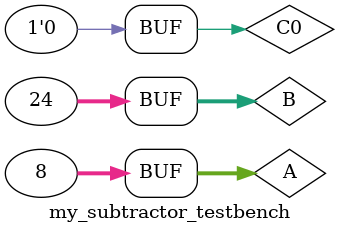
<source format=v>
module my_subtractor_testbench();

reg [31:0] A;
reg [31:0] B;
reg  C0;
wire [31:0] Res;
wire C;

my_subtractor try_sub (.A(A), .B(B), .C0(C0), .C(C), .Res(Res));

initial 
  begin
    A = 32'h00000003;
	  B = 32'h00000001; 
	  C0= 1'b0;
	  
    #5 A = 32'h00000008;
	    B = 32'h00000018;
		 
		 		 
    
  end
 
 
initial
  begin
   $monitor("Testing the 32-bit subtractor\n 32-bit subtractor: time = %2d, a =%1h, b=%1h, sum=%1h", $time, A, B, Res);
  end
 
endmodule

</source>
